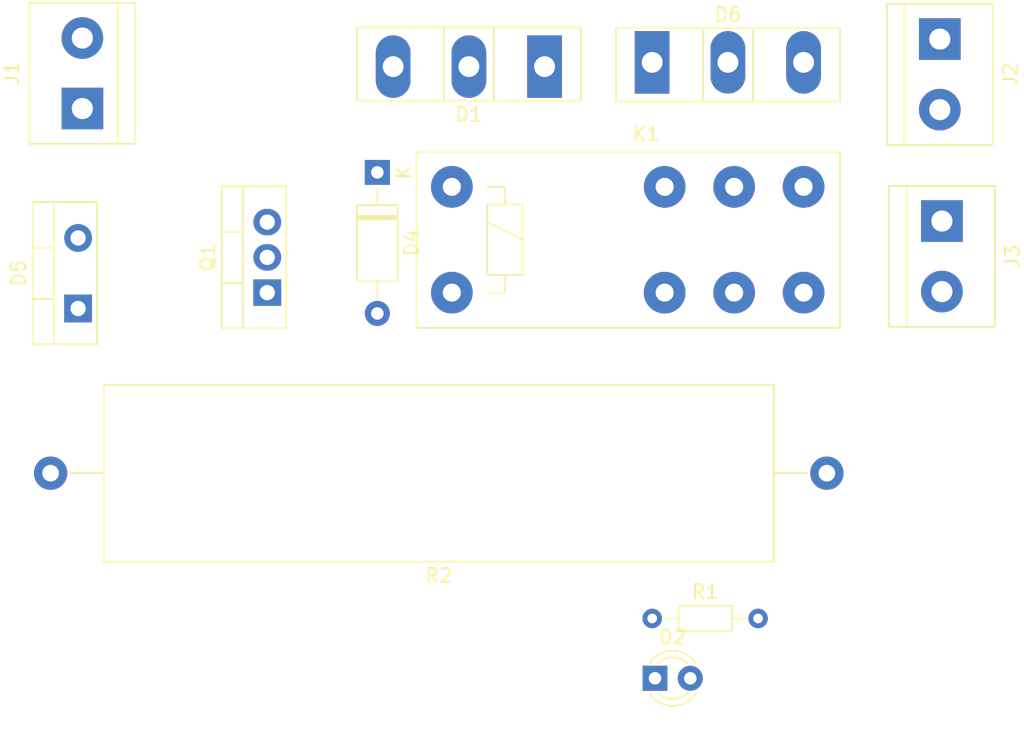
<source format=kicad_pcb>
(kicad_pcb (version 20240108) (generator "pcbnew") (generator_version "8.0")
  (layers (0 "F.Cu" signal) (31 "B.Cu" signal) (34 "B.Paste" user) (35 "F.Paste" user) (36 "B.SilkS" user "B.Silkscreen") (37 "F.SilkS" user "F.Silkscreen") (38 "B.Mask" user) (39 "F.Mask" user) (44 "Edge.Cuts" user))
  (net 0 "")
  (net 1 "VCC")
  (net 2 "Net-(D1-K)")
  (net 3 "Net-(D2-K)")
  (net 4 "Net-(D2-A)")
  (net 5 "Net-(D4-A)")
  (net 6 "Net-(D4-K)")
  (net 7 "Net-(D5-K)")
  (net 8 "Net-(D6-A)")
  (net 9 "GND")
  (net 10 "Net-(R1-Pad1)")
  (footprint "Resistor_THT:R_Axial_Power_L48.0mm_W12.5mm_P55.88mm" (layer "F.Cu") (at 152.2222 73.1774 180)
    (property "Reference" "R2" (at 27.94 -7.37 360) (layer "F.SilkS"))
    (property "Value" "2R7")
    (fp_line (start 54.44 0) (end 52.06 0) (stroke (width 0.12)) (layer "F.SilkS"))
    (fp_line (start 52.06 6.37) (end 52.06 -6.37) (stroke (width 0.12)) (layer "F.SilkS"))
    (fp_line (start 52.06 -6.37) (end 3.82 -6.37) (stroke (width 0.12)) (layer "F.SilkS"))
    (fp_line (start 3.82 6.37) (end 52.06 6.37) (stroke (width 0.12)) (layer "F.SilkS"))
    (fp_line (start 3.82 -6.37) (end 3.82 6.37) (stroke (width 0.12)) (layer "F.SilkS"))
    (fp_line (start 1.44 0) (end 3.82 0) (stroke (width 0.12)) (layer "F.SilkS"))
    (pad "1" thru_hole circle (at 0 0 180) (size 2.4 2.4) (drill 1.2) (layers "*.Cu" "*.Mask" "In1.Cu" "In2.Cu" "In3.Cu" "In4.Cu" "In5.Cu" "In6.Cu" "In7.Cu" "In8.Cu" "In9.Cu" "In10.Cu" "In11.Cu" "In12.Cu" "In13.Cu" "In14.Cu" "In15.Cu" "In16.Cu" "In17.Cu" "In18.Cu" "In19.Cu" "In20.Cu" "In21.Cu" "In22.Cu" "In23.Cu" "In24.Cu" "In25.Cu" "In26.Cu" "In27.Cu" "In28.Cu" "In29.Cu" "In30.Cu") (net 6 "Net-(D4-K)"))
    (pad "2" thru_hole oval (at 55.88 0 180) (size 2.4 2.4) (drill 1.2) (layers "*.Cu" "*.Mask" "In1.Cu" "In2.Cu" "In3.Cu" "In4.Cu" "In5.Cu" "In6.Cu" "In7.Cu" "In8.Cu" "In9.Cu" "In10.Cu" "In11.Cu" "In12.Cu" "In13.Cu" "In14.Cu" "In15.Cu" "In16.Cu" "In17.Cu" "In18.Cu" "In19.Cu" "In20.Cu" "In21.Cu" "In22.Cu" "In23.Cu" "In24.Cu" "In25.Cu" "In26.Cu" "In27.Cu" "In28.Cu" "In29.Cu" "In30.Cu") (net 7 "Net-(D5-K)"))
  )
  (footprint "Package_TO_SOT_THT:TO-220-2_Vertical" (layer "F.Cu") (at 98.3234 61.3156 90)
    (property "Reference" "D5" (at 2.54 -4.27 90) (layer "F.SilkS"))
    (property "Value" "BYW19")
    (fp_line (start 7.66 -3.27) (end 7.66 1.371) (stroke (width 0.12)) (layer "F.SilkS"))
    (fp_line (start 4.391 -3.27) (end 4.391 -1.76) (stroke (width 0.12)) (layer "F.SilkS"))
    (fp_line (start 0.69 -3.27) (end 0.69 -1.76) (stroke (width 0.12)) (layer "F.SilkS"))
    (fp_line (start -2.58 -3.27) (end 7.66 -3.27) (stroke (width 0.12)) (layer "F.SilkS"))
    (fp_line (start -2.58 -3.27) (end -2.58 1.371) (stroke (width 0.12)) (layer "F.SilkS"))
    (fp_line (start -2.58 -1.76) (end 7.66 -1.76) (stroke (width 0.12)) (layer "F.SilkS"))
    (fp_line (start -2.58 1.371) (end 7.66 1.371) (stroke (width 0.12)) (layer "F.SilkS"))
    (pad "1" thru_hole rect (at 0 0 90) (size 2 2) (drill 1.1) (layers "*.Cu" "*.Mask" "In1.Cu" "In2.Cu" "In3.Cu" "In4.Cu" "In5.Cu" "In6.Cu" "In7.Cu" "In8.Cu" "In9.Cu" "In10.Cu" "In11.Cu" "In12.Cu" "In13.Cu" "In14.Cu" "In15.Cu" "In16.Cu" "In17.Cu" "In18.Cu" "In19.Cu" "In20.Cu" "In21.Cu" "In22.Cu" "In23.Cu" "In24.Cu" "In25.Cu" "In26.Cu" "In27.Cu" "In28.Cu" "In29.Cu" "In30.Cu") (net 7 "Net-(D5-K)"))
    (pad "2" thru_hole circle (at 5.08 0 90) (size 2 2) (drill 1.1) (layers "*.Cu" "*.Mask" "In1.Cu" "In2.Cu" "In3.Cu" "In4.Cu" "In5.Cu" "In6.Cu" "In7.Cu" "In8.Cu" "In9.Cu" "In10.Cu" "In11.Cu" "In12.Cu" "In13.Cu" "In14.Cu" "In15.Cu" "In16.Cu" "In17.Cu" "In18.Cu" "In19.Cu" "In20.Cu" "In21.Cu" "In22.Cu" "In23.Cu" "In24.Cu" "In25.Cu" "In26.Cu" "In27.Cu" "In28.Cu" "In29.Cu" "In30.Cu") (net 1 "VCC"))
  )
  (footprint "Package_TO_SOT_THT:TO-220-3_Vertical" (layer "F.Cu") (at 111.9378 60.1726 90)
    (property "Reference" "Q1" (at 2.54 -4.27 90) (layer "F.SilkS"))
    (property "Value" "BDX53C")
    (fp_line (start 7.66 -3.27) (end 7.66 1.371) (stroke (width 0.12)) (layer "F.SilkS"))
    (fp_line (start 4.391 -3.27) (end 4.391 -1.76) (stroke (width 0.12)) (layer "F.SilkS"))
    (fp_line (start 0.69 -3.27) (end 0.69 -1.76) (stroke (width 0.12)) (layer "F.SilkS"))
    (fp_line (start -2.58 -3.27) (end 7.66 -3.27) (stroke (width 0.12)) (layer "F.SilkS"))
    (fp_line (start -2.58 -3.27) (end -2.58 1.371) (stroke (width 0.12)) (layer "F.SilkS"))
    (fp_line (start -2.58 -1.76) (end 7.66 -1.76) (stroke (width 0.12)) (layer "F.SilkS"))
    (fp_line (start -2.58 1.371) (end 7.66 1.371) (stroke (width 0.12)) (layer "F.SilkS"))
    (pad "1" thru_hole rect (at 0 0 90) (size 1.905 2) (drill 1.1) (layers "*.Cu" "*.Mask" "In1.Cu" "In2.Cu" "In3.Cu" "In4.Cu" "In5.Cu" "In6.Cu" "In7.Cu" "In8.Cu" "In9.Cu" "In10.Cu" "In11.Cu" "In12.Cu" "In13.Cu" "In14.Cu" "In15.Cu" "In16.Cu" "In17.Cu" "In18.Cu" "In19.Cu" "In20.Cu" "In21.Cu" "In22.Cu" "In23.Cu" "In24.Cu" "In25.Cu" "In26.Cu" "In27.Cu" "In28.Cu" "In29.Cu" "In30.Cu") (net 5 "Net-(D4-A)"))
    (pad "2" thru_hole oval (at 2.54 0 90) (size 1.905 2) (drill 1.1) (layers "*.Cu" "*.Mask" "In1.Cu" "In2.Cu" "In3.Cu" "In4.Cu" "In5.Cu" "In6.Cu" "In7.Cu" "In8.Cu" "In9.Cu" "In10.Cu" "In11.Cu" "In12.Cu" "In13.Cu" "In14.Cu" "In15.Cu" "In16.Cu" "In17.Cu" "In18.Cu" "In19.Cu" "In20.Cu" "In21.Cu" "In22.Cu" "In23.Cu" "In24.Cu" "In25.Cu" "In26.Cu" "In27.Cu" "In28.Cu" "In29.Cu" "In30.Cu") (net 3 "Net-(D2-K)"))
    (pad "3" thru_hole oval (at 5.08 0 90) (size 1.905 2) (drill 1.1) (layers "*.Cu" "*.Mask" "In1.Cu" "In2.Cu" "In3.Cu" "In4.Cu" "In5.Cu" "In6.Cu" "In7.Cu" "In8.Cu" "In9.Cu" "In10.Cu" "In11.Cu" "In12.Cu" "In13.Cu" "In14.Cu" "In15.Cu" "In16.Cu" "In17.Cu" "In18.Cu" "In19.Cu" "In20.Cu" "In21.Cu" "In22.Cu" "In23.Cu" "In24.Cu" "In25.Cu" "In26.Cu" "In27.Cu" "In28.Cu" "In29.Cu" "In30.Cu") (net 9 "GND"))
  )
  (footprint "Resistor_THT:R_Axial_DIN0204_L3.6mm_D1.6mm_P7.62mm_Horizontal" (layer "F.Cu") (at 139.6492 83.6422)
    (property "Reference" "R1" (at 3.81 -1.92 0) (layer "F.SilkS"))
    (property "Value" "510")
    (fp_line (start 0.94 0) (end 1.89 0) (stroke (width 0.12)) (layer "F.SilkS"))
    (fp_line (start 1.89 -0.92) (end 1.89 0.92) (stroke (width 0.12)) (layer "F.SilkS"))
    (fp_line (start 1.89 0.92) (end 5.73 0.92) (stroke (width 0.12)) (layer "F.SilkS"))
    (fp_line (start 5.73 -0.92) (end 1.89 -0.92) (stroke (width 0.12)) (layer "F.SilkS"))
    (fp_line (start 5.73 0.92) (end 5.73 -0.92) (stroke (width 0.12)) (layer "F.SilkS"))
    (fp_line (start 6.68 0) (end 5.73 0) (stroke (width 0.12)) (layer "F.SilkS"))
    (pad "1" thru_hole circle (at 0 0) (size 1.4 1.4) (drill 0.7) (layers "*.Cu" "*.Mask" "In1.Cu" "In2.Cu" "In3.Cu" "In4.Cu" "In5.Cu" "In6.Cu" "In7.Cu" "In8.Cu" "In9.Cu" "In10.Cu" "In11.Cu" "In12.Cu" "In13.Cu" "In14.Cu" "In15.Cu" "In16.Cu" "In17.Cu" "In18.Cu" "In19.Cu" "In20.Cu" "In21.Cu" "In22.Cu" "In23.Cu" "In24.Cu" "In25.Cu" "In26.Cu" "In27.Cu" "In28.Cu" "In29.Cu" "In30.Cu") (net 10 "Net-(R1-Pad1)"))
    (pad "2" thru_hole oval (at 7.62 0) (size 1.4 1.4) (drill 0.7) (layers "*.Cu" "*.Mask" "In1.Cu" "In2.Cu" "In3.Cu" "In4.Cu" "In5.Cu" "In6.Cu" "In7.Cu" "In8.Cu" "In9.Cu" "In10.Cu" "In11.Cu" "In12.Cu" "In13.Cu" "In14.Cu" "In15.Cu" "In16.Cu" "In17.Cu" "In18.Cu" "In19.Cu" "In20.Cu" "In21.Cu" "In22.Cu" "In23.Cu" "In24.Cu" "In25.Cu" "In26.Cu" "In27.Cu" "In28.Cu" "In29.Cu" "In30.Cu") (net 4 "Net-(D2-A)"))
  )
  (footprint "Package_TO_SOT_THT:TO-247-3_Vertical" (layer "F.Cu") (at 131.9022 43.8912 180)
    (property "Reference" "D1" (at 5.45 -3.45 360) (layer "F.SilkS"))
    (property "Value" "30CPF04")
    (fp_line (start 13.52 -2.451) (end 13.52 2.82) (stroke (width 0.12)) (layer "F.SilkS"))
    (fp_line (start 7.255 -2.451) (end 7.255 2.82) (stroke (width 0.12)) (layer "F.SilkS"))
    (fp_line (start 3.646 -2.451) (end 3.646 2.82) (stroke (width 0.12)) (layer "F.SilkS"))
    (fp_line (start -2.62 2.82) (end 13.52 2.82) (stroke (width 0.12)) (layer "F.SilkS"))
    (fp_line (start -2.62 -2.451) (end 13.52 -2.451) (stroke (width 0.12)) (layer "F.SilkS"))
    (fp_line (start -2.62 -2.451) (end -2.62 2.82) (stroke (width 0.12)) (layer "F.SilkS"))
    (pad "1" thru_hole rect (at 0 0 180) (size 2.5 4.5) (drill 1.5) (layers "*.Cu" "*.Mask" "In1.Cu" "In2.Cu" "In3.Cu" "In4.Cu" "In5.Cu" "In6.Cu" "In7.Cu" "In8.Cu" "In9.Cu" "In10.Cu" "In11.Cu" "In12.Cu" "In13.Cu" "In14.Cu" "In15.Cu" "In16.Cu" "In17.Cu" "In18.Cu" "In19.Cu" "In20.Cu" "In21.Cu" "In22.Cu" "In23.Cu" "In24.Cu" "In25.Cu" "In26.Cu" "In27.Cu" "In28.Cu" "In29.Cu" "In30.Cu") (net 2 "Net-(D1-K)"))
    (pad "2" thru_hole oval (at 5.45 0 180) (size 2.5 4.5) (drill 1.5) (layers "*.Cu" "*.Mask" "In1.Cu" "In2.Cu" "In3.Cu" "In4.Cu" "In5.Cu" "In6.Cu" "In7.Cu" "In8.Cu" "In9.Cu" "In10.Cu" "In11.Cu" "In12.Cu" "In13.Cu" "In14.Cu" "In15.Cu" "In16.Cu" "In17.Cu" "In18.Cu" "In19.Cu" "In20.Cu" "In21.Cu" "In22.Cu" "In23.Cu" "In24.Cu" "In25.Cu" "In26.Cu" "In27.Cu" "In28.Cu" "In29.Cu" "In30.Cu") (net 1 "VCC"))
    (pad "3" thru_hole oval (at 10.9 0 180) (size 2.5 4.5) (drill 1.5) (layers "*.Cu" "*.Mask" "In1.Cu" "In2.Cu" "In3.Cu" "In4.Cu" "In5.Cu" "In6.Cu" "In7.Cu" "In8.Cu" "In9.Cu" "In10.Cu" "In11.Cu" "In12.Cu" "In13.Cu" "In14.Cu" "In15.Cu" "In16.Cu" "In17.Cu" "In18.Cu" "In19.Cu" "In20.Cu" "In21.Cu" "In22.Cu" "In23.Cu" "In24.Cu" "In25.Cu" "In26.Cu" "In27.Cu" "In28.Cu" "In29.Cu" "In30.Cu"))
  )
  (footprint "TerminalBlock:TerminalBlock_bornier-2_P5.08mm" (layer "F.Cu") (at 98.6282 46.9138 90)
    (property "Reference" "J1" (at 2.54 -5.08 90) (layer "F.SilkS"))
    (property "Value" "INPUT")
    (fp_line (start 7.62 -3.81) (end -2.54 -3.81) (stroke (width 0.12)) (layer "F.SilkS"))
    (fp_line (start -2.54 -3.81) (end -2.54 3.81) (stroke (width 0.12)) (layer "F.SilkS"))
    (fp_line (start 7.62 2.54) (end -2.54 2.54) (stroke (width 0.12)) (layer "F.SilkS"))
    (fp_line (start 7.62 3.81) (end 7.62 -3.81) (stroke (width 0.12)) (layer "F.SilkS"))
    (fp_line (start -2.54 3.81) (end 7.62 3.81) (stroke (width 0.12)) (layer "F.SilkS"))
    (pad "1" thru_hole rect (at 0 0 90) (size 3 3) (drill 1.52) (layers "*.Cu" "*.Mask" "In1.Cu" "In2.Cu" "In3.Cu" "In4.Cu" "In5.Cu" "In6.Cu" "In7.Cu" "In8.Cu" "In9.Cu" "In10.Cu" "In11.Cu" "In12.Cu" "In13.Cu" "In14.Cu" "In15.Cu" "In16.Cu" "In17.Cu" "In18.Cu" "In19.Cu" "In20.Cu" "In21.Cu" "In22.Cu" "In23.Cu" "In24.Cu" "In25.Cu" "In26.Cu" "In27.Cu" "In28.Cu" "In29.Cu" "In30.Cu") (net 1 "VCC"))
    (pad "2" thru_hole circle (at 5.08 0 90) (size 3 3) (drill 1.52) (layers "*.Cu" "*.Mask" "In1.Cu" "In2.Cu" "In3.Cu" "In4.Cu" "In5.Cu" "In6.Cu" "In7.Cu" "In8.Cu" "In9.Cu" "In10.Cu" "In11.Cu" "In12.Cu" "In13.Cu" "In14.Cu" "In15.Cu" "In16.Cu" "In17.Cu" "In18.Cu" "In19.Cu" "In20.Cu" "In21.Cu" "In22.Cu" "In23.Cu" "In24.Cu" "In25.Cu" "In26.Cu" "In27.Cu" "In28.Cu" "In29.Cu" "In30.Cu") (net 6 "Net-(D4-K)"))
  )
  (footprint "TerminalBlock:TerminalBlock_bornier-2_P5.08mm" (layer "F.Cu") (at 160.3502 41.91 -90)
    (property "Reference" "J2" (at 2.54 -5.08 90) (layer "F.SilkS"))
    (property "Value" "OUTPUT")
    (fp_line (start -2.54 3.81) (end 7.62 3.81) (stroke (width 0.12)) (layer "F.SilkS"))
    (fp_line (start 7.62 3.81) (end 7.62 -3.81) (stroke (width 0.12)) (layer "F.SilkS"))
    (fp_line (start 7.62 2.54) (end -2.54 2.54) (stroke (width 0.12)) (layer "F.SilkS"))
    (fp_line (start -2.54 -3.81) (end -2.54 3.81) (stroke (width 0.12)) (layer "F.SilkS"))
    (fp_line (start 7.62 -3.81) (end -2.54 -3.81) (stroke (width 0.12)) (layer "F.SilkS"))
    (pad "1" thru_hole rect (at 0 0 270) (size 3 3) (drill 1.52) (layers "*.Cu" "*.Mask" "In1.Cu" "In2.Cu" "In3.Cu" "In4.Cu" "In5.Cu" "In6.Cu" "In7.Cu" "In8.Cu" "In9.Cu" "In10.Cu" "In11.Cu" "In12.Cu" "In13.Cu" "In14.Cu" "In15.Cu" "In16.Cu" "In17.Cu" "In18.Cu" "In19.Cu" "In20.Cu" "In21.Cu" "In22.Cu" "In23.Cu" "In24.Cu" "In25.Cu" "In26.Cu" "In27.Cu" "In28.Cu" "In29.Cu" "In30.Cu") (net 2 "Net-(D1-K)"))
    (pad "2" thru_hole circle (at 5.08 0 270) (size 3 3) (drill 1.52) (layers "*.Cu" "*.Mask" "In1.Cu" "In2.Cu" "In3.Cu" "In4.Cu" "In5.Cu" "In6.Cu" "In7.Cu" "In8.Cu" "In9.Cu" "In10.Cu" "In11.Cu" "In12.Cu" "In13.Cu" "In14.Cu" "In15.Cu" "In16.Cu" "In17.Cu" "In18.Cu" "In19.Cu" "In20.Cu" "In21.Cu" "In22.Cu" "In23.Cu" "In24.Cu" "In25.Cu" "In26.Cu" "In27.Cu" "In28.Cu" "In29.Cu" "In30.Cu") (net 9 "GND"))
  )
  (footprint "Package_TO_SOT_THT:TO-247-3_Vertical" (layer "F.Cu") (at 139.6458 43.5864)
    (property "Reference" "D6" (at 5.45 -3.45 0) (layer "F.SilkS"))
    (property "Value" "60CPQ150")
    (fp_line (start -2.62 -2.451) (end -2.62 2.82) (stroke (width 0.12)) (layer "F.SilkS"))
    (fp_line (start -2.62 -2.451) (end 13.52 -2.451) (stroke (width 0.12)) (layer "F.SilkS"))
    (fp_line (start -2.62 2.82) (end 13.52 2.82) (stroke (width 0.12)) (layer "F.SilkS"))
    (fp_line (start 3.646 -2.451) (end 3.646 2.82) (stroke (width 0.12)) (layer "F.SilkS"))
    (fp_line (start 7.255 -2.451) (end 7.255 2.82) (stroke (width 0.12)) (layer "F.SilkS"))
    (fp_line (start 13.52 -2.451) (end 13.52 2.82) (stroke (width 0.12)) (layer "F.SilkS"))
    (pad "1" thru_hole rect (at 0 0) (size 2.5 4.5) (drill 1.5) (layers "*.Cu" "*.Mask" "In1.Cu" "In2.Cu" "In3.Cu" "In4.Cu" "In5.Cu" "In6.Cu" "In7.Cu" "In8.Cu" "In9.Cu" "In10.Cu" "In11.Cu" "In12.Cu" "In13.Cu" "In14.Cu" "In15.Cu" "In16.Cu" "In17.Cu" "In18.Cu" "In19.Cu" "In20.Cu" "In21.Cu" "In22.Cu" "In23.Cu" "In24.Cu" "In25.Cu" "In26.Cu" "In27.Cu" "In28.Cu" "In29.Cu" "In30.Cu") (net 2 "Net-(D1-K)"))
    (pad "2" thru_hole oval (at 5.45 0) (size 2.5 4.5) (drill 1.5) (layers "*.Cu" "*.Mask" "In1.Cu" "In2.Cu" "In3.Cu" "In4.Cu" "In5.Cu" "In6.Cu" "In7.Cu" "In8.Cu" "In9.Cu" "In10.Cu" "In11.Cu" "In12.Cu" "In13.Cu" "In14.Cu" "In15.Cu" "In16.Cu" "In17.Cu" "In18.Cu" "In19.Cu" "In20.Cu" "In21.Cu" "In22.Cu" "In23.Cu" "In24.Cu" "In25.Cu" "In26.Cu" "In27.Cu" "In28.Cu" "In29.Cu" "In30.Cu") (net 8 "Net-(D6-A)"))
    (pad "3" thru_hole oval (at 10.9 0) (size 2.5 4.5) (drill 1.5) (layers "*.Cu" "*.Mask" "In1.Cu" "In2.Cu" "In3.Cu" "In4.Cu" "In5.Cu" "In6.Cu" "In7.Cu" "In8.Cu" "In9.Cu" "In10.Cu" "In11.Cu" "In12.Cu" "In13.Cu" "In14.Cu" "In15.Cu" "In16.Cu" "In17.Cu" "In18.Cu" "In19.Cu" "In20.Cu" "In21.Cu" "In22.Cu" "In23.Cu" "In24.Cu" "In25.Cu" "In26.Cu" "In27.Cu" "In28.Cu" "In29.Cu" "In30.Cu"))
  )
  (footprint "Relay_THT:Relay_SPDT_Schrack-RP-II-1-16A-FormC_RM5mm" (layer "F.Cu") (at 125.2258 52.5526)
    (property "Reference" "K1" (at 13.97 -3.81 0) (layer "F.SilkS"))
    (property "Value" "VEGHA L08A0212VDC")
    (fp_line (start -2.54 -2.54) (end 27.94 -2.54) (stroke (width 0.12)) (layer "F.SilkS"))
    (fp_line (start -2.54 10.16) (end -2.54 -2.54) (stroke (width 0.12)) (layer "F.SilkS"))
    (fp_line (start 2.54 0) (end 3.81 0) (stroke (width 0.12)) (layer "F.SilkS"))
    (fp_line (start 2.54 1.27) (end 3.81 1.27) (stroke (width 0.12)) (layer "F.SilkS"))
    (fp_line (start 2.54 2.54) (end 5.08 3.81) (stroke (width 0.12)) (layer "F.SilkS"))
    (fp_line (start 2.54 6.35) (end 2.54 1.27) (stroke (width 0.12)) (layer "F.SilkS"))
    (fp_line (start 3.81 0) (end 3.81 1.27) (stroke (width 0.12)) (layer "F.SilkS"))
    (fp_line (start 3.81 1.27) (end 5.08 1.27) (stroke (width 0.12)) (layer "F.SilkS"))
    (fp_line (start 3.81 6.35) (end 3.81 7.62) (stroke (width 0.12)) (layer "F.SilkS"))
    (fp_line (start 3.81 7.62) (end 2.54 7.62) (stroke (width 0.12)) (layer "F.SilkS"))
    (fp_line (start 5.08 1.27) (end 5.08 6.35) (stroke (width 0.12)) (layer "F.SilkS"))
    (fp_line (start 5.08 6.35) (end 2.54 6.35) (stroke (width 0.12)) (layer "F.SilkS"))
    (fp_line (start 27.94 -2.54) (end 27.94 10.16) (stroke (width 0.12)) (layer "F.SilkS"))
    (fp_line (start 27.94 10.16) (end -2.54 10.16) (stroke (width 0.12)) (layer "F.SilkS"))
    (pad "11" thru_hole circle (at 20.32 0) (size 3 3) (drill 1.3) (layers "*.Cu" "*.Mask" "In1.Cu" "In2.Cu" "In3.Cu" "In4.Cu" "In5.Cu" "In6.Cu" "In7.Cu" "In8.Cu" "In9.Cu" "In10.Cu" "In11.Cu" "In12.Cu" "In13.Cu" "In14.Cu" "In15.Cu" "In16.Cu" "In17.Cu" "In18.Cu" "In19.Cu" "In20.Cu" "In21.Cu" "In22.Cu" "In23.Cu" "In24.Cu" "In25.Cu" "In26.Cu" "In27.Cu" "In28.Cu" "In29.Cu" "In30.Cu") (net 6 "Net-(D4-K)"))
    (pad "11" thru_hole circle (at 20.32 7.62) (size 3 3) (drill 1.3) (layers "*.Cu" "*.Mask" "In1.Cu" "In2.Cu" "In3.Cu" "In4.Cu" "In5.Cu" "In6.Cu" "In7.Cu" "In8.Cu" "In9.Cu" "In10.Cu" "In11.Cu" "In12.Cu" "In13.Cu" "In14.Cu" "In15.Cu" "In16.Cu" "In17.Cu" "In18.Cu" "In19.Cu" "In20.Cu" "In21.Cu" "In22.Cu" "In23.Cu" "In24.Cu" "In25.Cu" "In26.Cu" "In27.Cu" "In28.Cu" "In29.Cu" "In30.Cu") (net 6 "Net-(D4-K)"))
    (pad "12" thru_hole circle (at 15.32 0) (size 3 3) (drill 1.3) (layers "*.Cu" "*.Mask" "In1.Cu" "In2.Cu" "In3.Cu" "In4.Cu" "In5.Cu" "In6.Cu" "In7.Cu" "In8.Cu" "In9.Cu" "In10.Cu" "In11.Cu" "In12.Cu" "In13.Cu" "In14.Cu" "In15.Cu" "In16.Cu" "In17.Cu" "In18.Cu" "In19.Cu" "In20.Cu" "In21.Cu" "In22.Cu" "In23.Cu" "In24.Cu" "In25.Cu" "In26.Cu" "In27.Cu" "In28.Cu" "In29.Cu" "In30.Cu") (net 8 "Net-(D6-A)"))
    (pad "12" thru_hole circle (at 15.32 7.62) (size 3 3) (drill 1.3) (layers "*.Cu" "*.Mask" "In1.Cu" "In2.Cu" "In3.Cu" "In4.Cu" "In5.Cu" "In6.Cu" "In7.Cu" "In8.Cu" "In9.Cu" "In10.Cu" "In11.Cu" "In12.Cu" "In13.Cu" "In14.Cu" "In15.Cu" "In16.Cu" "In17.Cu" "In18.Cu" "In19.Cu" "In20.Cu" "In21.Cu" "In22.Cu" "In23.Cu" "In24.Cu" "In25.Cu" "In26.Cu" "In27.Cu" "In28.Cu" "In29.Cu" "In30.Cu") (net 8 "Net-(D6-A)"))
    (pad "14" thru_hole circle (at 25.32 0) (size 3 3) (drill 1.3) (layers "*.Cu" "*.Mask" "In1.Cu" "In2.Cu" "In3.Cu" "In4.Cu" "In5.Cu" "In6.Cu" "In7.Cu" "In8.Cu" "In9.Cu" "In10.Cu" "In11.Cu" "In12.Cu" "In13.Cu" "In14.Cu" "In15.Cu" "In16.Cu" "In17.Cu" "In18.Cu" "In19.Cu" "In20.Cu" "In21.Cu" "In22.Cu" "In23.Cu" "In24.Cu" "In25.Cu" "In26.Cu" "In27.Cu" "In28.Cu" "In29.Cu" "In30.Cu"))
    (pad "14" thru_hole circle (at 25.32 7.62) (size 3 3) (drill 1.3) (layers "*.Cu" "*.Mask" "In1.Cu" "In2.Cu" "In3.Cu" "In4.Cu" "In5.Cu" "In6.Cu" "In7.Cu" "In8.Cu" "In9.Cu" "In10.Cu" "In11.Cu" "In12.Cu" "In13.Cu" "In14.Cu" "In15.Cu" "In16.Cu" "In17.Cu" "In18.Cu" "In19.Cu" "In20.Cu" "In21.Cu" "In22.Cu" "In23.Cu" "In24.Cu" "In25.Cu" "In26.Cu" "In27.Cu" "In28.Cu" "In29.Cu" "In30.Cu"))
    (pad "A1" thru_hole circle (at 0 0) (size 3 3) (drill 1.3) (layers "*.Cu" "*.Mask" "In1.Cu" "In2.Cu" "In3.Cu" "In4.Cu" "In5.Cu" "In6.Cu" "In7.Cu" "In8.Cu" "In9.Cu" "In10.Cu" "In11.Cu" "In12.Cu" "In13.Cu" "In14.Cu" "In15.Cu" "In16.Cu" "In17.Cu" "In18.Cu" "In19.Cu" "In20.Cu" "In21.Cu" "In22.Cu" "In23.Cu" "In24.Cu" "In25.Cu" "In26.Cu" "In27.Cu" "In28.Cu" "In29.Cu" "In30.Cu") (net 6 "Net-(D4-K)"))
    (pad "A2" thru_hole circle (at 0 7.62) (size 3 3) (drill 1.3) (layers "*.Cu" "*.Mask" "In1.Cu" "In2.Cu" "In3.Cu" "In4.Cu" "In5.Cu" "In6.Cu" "In7.Cu" "In8.Cu" "In9.Cu" "In10.Cu" "In11.Cu" "In12.Cu" "In13.Cu" "In14.Cu" "In15.Cu" "In16.Cu" "In17.Cu" "In18.Cu" "In19.Cu" "In20.Cu" "In21.Cu" "In22.Cu" "In23.Cu" "In24.Cu" "In25.Cu" "In26.Cu" "In27.Cu" "In28.Cu" "In29.Cu" "In30.Cu") (net 5 "Net-(D4-A)"))
  )
  (footprint "Diode_THT:D_A-405_P10.16mm_Horizontal" (layer "F.Cu") (at 119.8626 51.5112 -90)
    (property "Reference" "D4" (at 5.08 -2.47 90) (layer "F.SilkS"))
    (property "Value" "1N4001")
    (fp_line (start 2.36 1.47) (end 7.8 1.47) (stroke (width 0.12)) (layer "F.SilkS"))
    (fp_line (start 7.8 1.47) (end 7.8 -1.47) (stroke (width 0.12)) (layer "F.SilkS"))
    (fp_line (start 1.14 0) (end 2.36 0) (stroke (width 0.12)) (layer "F.SilkS"))
    (fp_line (start 9.02 0) (end 7.8 0) (stroke (width 0.12)) (layer "F.SilkS"))
    (fp_line (start 2.36 -1.47) (end 2.36 1.47) (stroke (width 0.12)) (layer "F.SilkS"))
    (fp_line (start 3.14 -1.47) (end 3.14 1.47) (stroke (width 0.12)) (layer "F.SilkS"))
    (fp_line (start 3.26 -1.47) (end 3.26 1.47) (stroke (width 0.12)) (layer "F.SilkS"))
    (fp_line (start 3.38 -1.47) (end 3.38 1.47) (stroke (width 0.12)) (layer "F.SilkS"))
    (fp_line (start 7.8 -1.47) (end 2.36 -1.47) (stroke (width 0.12)) (layer "F.SilkS"))
    (fp_text user "K" (at 0 -1.9 90) (layer "F.SilkS"))
    (pad "1" thru_hole rect (at 0 0 270) (size 1.8 1.8) (drill 0.9) (layers "*.Cu" "*.Mask" "In1.Cu" "In2.Cu" "In3.Cu" "In4.Cu" "In5.Cu" "In6.Cu" "In7.Cu" "In8.Cu" "In9.Cu" "In10.Cu" "In11.Cu" "In12.Cu" "In13.Cu" "In14.Cu" "In15.Cu" "In16.Cu" "In17.Cu" "In18.Cu" "In19.Cu" "In20.Cu" "In21.Cu" "In22.Cu" "In23.Cu" "In24.Cu" "In25.Cu" "In26.Cu" "In27.Cu" "In28.Cu" "In29.Cu" "In30.Cu") (net 6 "Net-(D4-K)"))
    (pad "2" thru_hole oval (at 10.16 0 270) (size 1.8 1.8) (drill 0.9) (layers "*.Cu" "*.Mask" "In1.Cu" "In2.Cu" "In3.Cu" "In4.Cu" "In5.Cu" "In6.Cu" "In7.Cu" "In8.Cu" "In9.Cu" "In10.Cu" "In11.Cu" "In12.Cu" "In13.Cu" "In14.Cu" "In15.Cu" "In16.Cu" "In17.Cu" "In18.Cu" "In19.Cu" "In20.Cu" "In21.Cu" "In22.Cu" "In23.Cu" "In24.Cu" "In25.Cu" "In26.Cu" "In27.Cu" "In28.Cu" "In29.Cu" "In30.Cu") (net 5 "Net-(D4-A)"))
  )
  (footprint "TerminalBlock:TerminalBlock_bornier-2_P5.08mm" (layer "F.Cu") (at 160.5026 55.0164 -90)
    (property "Reference" "J3" (at 2.54 -5.08 90) (layer "F.SilkS"))
    (property "Value" "BATTERY")
    (fp_line (start -2.54 3.81) (end 7.62 3.81) (stroke (width 0.12)) (layer "F.SilkS"))
    (fp_line (start 7.62 3.81) (end 7.62 -3.81) (stroke (width 0.12)) (layer "F.SilkS"))
    (fp_line (start 7.62 2.54) (end -2.54 2.54) (stroke (width 0.12)) (layer "F.SilkS"))
    (fp_line (start -2.54 -3.81) (end -2.54 3.81) (stroke (width 0.12)) (layer "F.SilkS"))
    (fp_line (start 7.62 -3.81) (end -2.54 -3.81) (stroke (width 0.12)) (layer "F.SilkS"))
    (pad "1" thru_hole rect (at 0 0 270) (size 3 3) (drill 1.52) (layers "*.Cu" "*.Mask" "In1.Cu" "In2.Cu" "In3.Cu" "In4.Cu" "In5.Cu" "In6.Cu" "In7.Cu" "In8.Cu" "In9.Cu" "In10.Cu" "In11.Cu" "In12.Cu" "In13.Cu" "In14.Cu" "In15.Cu" "In16.Cu" "In17.Cu" "In18.Cu" "In19.Cu" "In20.Cu" "In21.Cu" "In22.Cu" "In23.Cu" "In24.Cu" "In25.Cu" "In26.Cu" "In27.Cu" "In28.Cu" "In29.Cu" "In30.Cu") (net 9 "GND"))
    (pad "2" thru_hole circle (at 5.08 0 270) (size 3 3) (drill 1.52) (layers "*.Cu" "*.Mask" "In1.Cu" "In2.Cu" "In3.Cu" "In4.Cu" "In5.Cu" "In6.Cu" "In7.Cu" "In8.Cu" "In9.Cu" "In10.Cu" "In11.Cu" "In12.Cu" "In13.Cu" "In14.Cu" "In15.Cu" "In16.Cu" "In17.Cu" "In18.Cu" "In19.Cu" "In20.Cu" "In21.Cu" "In22.Cu" "In23.Cu" "In24.Cu" "In25.Cu" "In26.Cu" "In27.Cu" "In28.Cu" "In29.Cu" "In30.Cu") (net 6 "Net-(D4-K)"))
  )
  (footprint "LED_THT:LED_D3.0mm" (layer "F.Cu") (at 139.8492 87.9522)
    (property "Reference" "D2" (at 1.27 -2.96 0) (layer "F.SilkS"))
    (property "Value" "LED_Small")
    (fp_line (start -0.29 -1.236) (end -0.29 -1.08) (stroke (width 0.12)) (layer "F.SilkS"))
    (fp_line (start -0.29 1.08) (end -0.29 1.236) (stroke (width 0.12)) (layer "F.SilkS"))
    (fp_arc (start -0.29 -1.235516) (mid 1.365624 -1.987701) (end 2.941397 -1.080061) (stroke (width 0.12)) (layer "F.SilkS"))
    (fp_arc (start 0.229039 -1.08) (mid 1.269964 -1.5) (end 2.31091 -1.080049) (stroke (width 0.12)) (layer "F.SilkS"))
    (fp_arc (start 2.31091 1.080049) (mid 1.269964 1.5) (end 0.229039 1.08) (stroke (width 0.12)) (layer "F.SilkS"))
    (fp_arc (start 2.941397 1.080061) (mid 1.365624 1.987701) (end -0.29 1.235516) (stroke (width 0.12)) (layer "F.SilkS"))
    (pad "1" thru_hole rect (at 0 0) (size 1.8 1.8) (drill 0.9) (layers "*.Cu" "*.Mask" "In1.Cu" "In2.Cu" "In3.Cu" "In4.Cu" "In5.Cu" "In6.Cu" "In7.Cu" "In8.Cu" "In9.Cu" "In10.Cu" "In11.Cu" "In12.Cu" "In13.Cu" "In14.Cu" "In15.Cu" "In16.Cu" "In17.Cu" "In18.Cu" "In19.Cu" "In20.Cu" "In21.Cu" "In22.Cu" "In23.Cu" "In24.Cu" "In25.Cu" "In26.Cu" "In27.Cu" "In28.Cu" "In29.Cu" "In30.Cu") (net 3 "Net-(D2-K)"))
    (pad "2" thru_hole circle (at 2.54 0) (size 1.8 1.8) (drill 0.9) (layers "*.Cu" "*.Mask" "In1.Cu" "In2.Cu" "In3.Cu" "In4.Cu" "In5.Cu" "In6.Cu" "In7.Cu" "In8.Cu" "In9.Cu" "In10.Cu" "In11.Cu" "In12.Cu" "In13.Cu" "In14.Cu" "In15.Cu" "In16.Cu" "In17.Cu" "In18.Cu" "In19.Cu" "In20.Cu" "In21.Cu" "In22.Cu" "In23.Cu" "In24.Cu" "In25.Cu" "In26.Cu" "In27.Cu" "In28.Cu" "In29.Cu" "In30.Cu") (net 4 "Net-(D2-A)"))
  )
)
</source>
